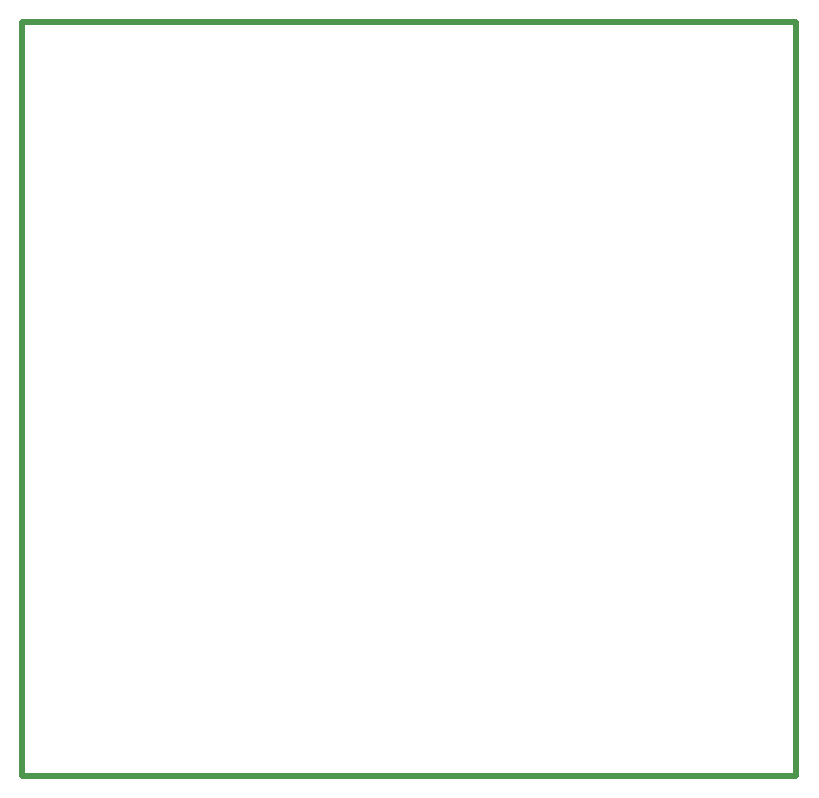
<source format=gtp>
G04*
G04 #@! TF.GenerationSoftware,Altium Limited,Altium Designer,21.7.1 (17)*
G04*
G04 Layer_Color=8421504*
%FSLAX25Y25*%
%MOIN*%
G70*
G04*
G04 #@! TF.SameCoordinates,7C3BC35F-E18A-483C-85EC-813A21A3F68C*
G04*
G04*
G04 #@! TF.FilePolarity,Positive*
G04*
G01*
G75*
%ADD11C,0.01968*%
D11*
X-39500Y63000D02*
X218500Y63000D01*
X-39500Y63000D02*
X-39500Y-188500D01*
X218500D01*
X218500Y63000D02*
X218500Y-188500D01*
M02*

</source>
